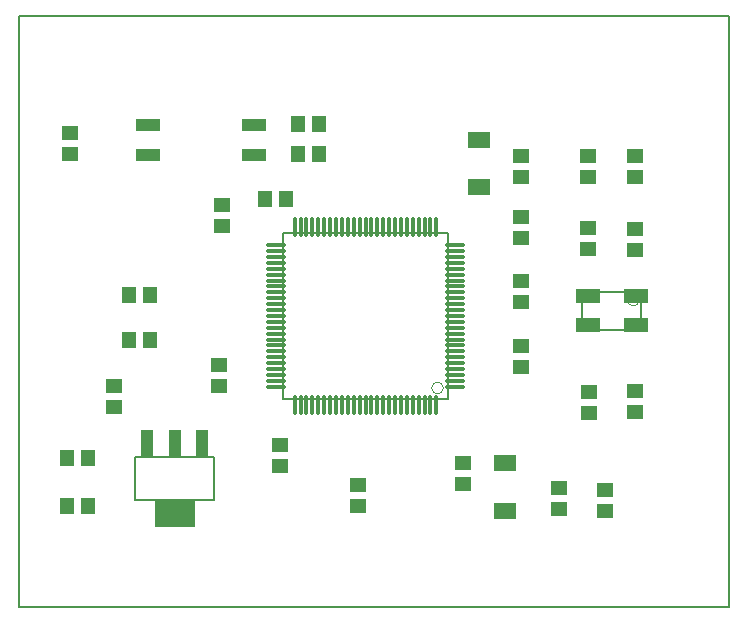
<source format=gtp>
G04*
G04 #@! TF.GenerationSoftware,Altium Limited,Altium Designer,20.0.13 (296)*
G04*
G04 Layer_Color=8421504*
%FSLAX24Y24*%
%MOIN*%
G70*
G01*
G75*
%ADD15C,0.0080*%
%ADD16C,0.0039*%
%ADD17R,0.0579X0.0457*%
%ADD18R,0.0457X0.0579*%
%ADD19R,0.0787X0.0512*%
%ADD20R,0.0748X0.0583*%
%ADD21R,0.1378X0.0866*%
%ADD22R,0.0394X0.0866*%
%ADD23O,0.0709X0.0110*%
%ADD24O,0.0110X0.0709*%
%ADD25R,0.0787X0.0394*%
D15*
X23650Y18144D02*
Y19700D01*
X0D02*
X23650D01*
Y-0D02*
Y18144D01*
X0Y-0D02*
X23622D01*
X0D02*
Y19700D01*
X18778Y9248D02*
Y10507D01*
X20747Y9248D02*
Y10507D01*
X18778D02*
X20747D01*
X18778Y9248D02*
X20747D01*
X3870Y3557D02*
Y5013D01*
X6508Y3557D02*
Y5013D01*
X3870Y3557D02*
X6508D01*
X3870Y5013D02*
X6508D01*
X14306Y6944D02*
Y12456D01*
X8794Y6944D02*
Y12456D01*
Y6944D02*
X14306D01*
X8794Y12456D02*
X14306D01*
D16*
X20668Y10232D02*
G03*
X20668Y10232I-197J0D01*
G01*
X14148Y7298D02*
G03*
X14148Y7298I-197J0D01*
G01*
D17*
X1693Y15112D02*
D03*
Y15812D02*
D03*
X6650Y8051D02*
D03*
Y7350D02*
D03*
X16737Y10881D02*
D03*
Y10180D02*
D03*
Y8011D02*
D03*
Y8711D02*
D03*
X19000Y7173D02*
D03*
Y6472D02*
D03*
X20536Y6483D02*
D03*
Y7184D02*
D03*
X18950Y11918D02*
D03*
Y12619D02*
D03*
X20536Y11899D02*
D03*
Y12600D02*
D03*
X16737Y13001D02*
D03*
Y12300D02*
D03*
Y14328D02*
D03*
Y15028D02*
D03*
X18950Y15028D02*
D03*
Y14328D02*
D03*
X20536Y14328D02*
D03*
Y15028D02*
D03*
X19520Y3213D02*
D03*
Y3913D02*
D03*
X17985Y3250D02*
D03*
Y3950D02*
D03*
X14800Y4106D02*
D03*
Y4806D02*
D03*
X8699Y5385D02*
D03*
Y4684D02*
D03*
X11314Y4059D02*
D03*
Y3359D02*
D03*
X3155Y7377D02*
D03*
Y6676D02*
D03*
X6762Y13400D02*
D03*
Y12700D02*
D03*
D18*
X4351Y10397D02*
D03*
X3650D02*
D03*
Y8913D02*
D03*
X4351D02*
D03*
X9308Y16102D02*
D03*
X10009D02*
D03*
X9286Y15089D02*
D03*
X9987D02*
D03*
X8214Y13600D02*
D03*
X8915D02*
D03*
X2300Y4950D02*
D03*
X1599D02*
D03*
X2300Y3365D02*
D03*
X1599D02*
D03*
D19*
X18975Y9405D02*
D03*
X20550Y10350D02*
D03*
Y9405D02*
D03*
X18975Y10350D02*
D03*
D20*
X15319Y13997D02*
D03*
Y15571D02*
D03*
X16210Y4787D02*
D03*
Y3213D02*
D03*
D21*
X5189Y3104D02*
D03*
D22*
X4283Y5466D02*
D03*
X5189D02*
D03*
X6094D02*
D03*
D23*
X14522Y7338D02*
D03*
Y7535D02*
D03*
Y7732D02*
D03*
Y7928D02*
D03*
Y8125D02*
D03*
Y8322D02*
D03*
Y8519D02*
D03*
Y8716D02*
D03*
Y8913D02*
D03*
Y9109D02*
D03*
Y9306D02*
D03*
Y9503D02*
D03*
Y9700D02*
D03*
Y9897D02*
D03*
Y10094D02*
D03*
Y10291D02*
D03*
Y10487D02*
D03*
Y10684D02*
D03*
Y10881D02*
D03*
Y11078D02*
D03*
Y11275D02*
D03*
Y11472D02*
D03*
Y11669D02*
D03*
Y11865D02*
D03*
Y12062D02*
D03*
X8578D02*
D03*
Y11865D02*
D03*
Y11669D02*
D03*
Y11472D02*
D03*
Y11275D02*
D03*
Y11078D02*
D03*
Y10881D02*
D03*
Y10684D02*
D03*
Y10487D02*
D03*
Y10291D02*
D03*
Y10094D02*
D03*
Y9897D02*
D03*
Y9700D02*
D03*
Y9503D02*
D03*
Y9306D02*
D03*
Y9109D02*
D03*
Y8913D02*
D03*
Y8716D02*
D03*
Y8519D02*
D03*
Y8322D02*
D03*
Y8125D02*
D03*
Y7928D02*
D03*
Y7732D02*
D03*
Y7535D02*
D03*
Y7338D02*
D03*
D24*
X13912Y12672D02*
D03*
X13715D02*
D03*
X13519D02*
D03*
X13322D02*
D03*
X13125D02*
D03*
X12928D02*
D03*
X12731D02*
D03*
X12534D02*
D03*
X12337D02*
D03*
X12141D02*
D03*
X11944D02*
D03*
X11747D02*
D03*
X11550D02*
D03*
X11353D02*
D03*
X11156D02*
D03*
X10959D02*
D03*
X10763D02*
D03*
X10566D02*
D03*
X10369D02*
D03*
X10172D02*
D03*
X9975D02*
D03*
X9778D02*
D03*
X9582D02*
D03*
X9385D02*
D03*
X9188D02*
D03*
Y6728D02*
D03*
X9385D02*
D03*
X9582D02*
D03*
X9778D02*
D03*
X9975D02*
D03*
X10172D02*
D03*
X10369D02*
D03*
X10566D02*
D03*
X10763D02*
D03*
X10959D02*
D03*
X11156D02*
D03*
X11353D02*
D03*
X11550D02*
D03*
X11747D02*
D03*
X11944D02*
D03*
X12141D02*
D03*
X12337D02*
D03*
X12534D02*
D03*
X12731D02*
D03*
X12928D02*
D03*
X13125D02*
D03*
X13322D02*
D03*
X13519D02*
D03*
X13715D02*
D03*
X13912D02*
D03*
D25*
X4284Y15071D02*
D03*
Y16071D02*
D03*
X7827D02*
D03*
Y15071D02*
D03*
M02*

</source>
